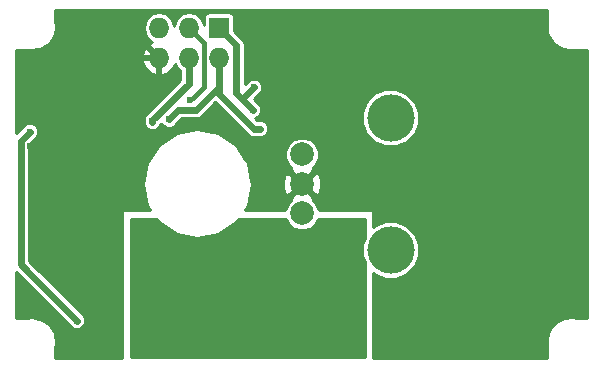
<source format=gbr>
G04 #@! TF.FileFunction,Copper,L2,Bot,Signal*
%FSLAX46Y46*%
G04 Gerber Fmt 4.6, Leading zero omitted, Abs format (unit mm)*
G04 Created by KiCad (PCBNEW (2015-07-08 BZR 5908)-product) date Thu 09 Jul 2015 02:10:17 PM EEST*
%MOMM*%
G01*
G04 APERTURE LIST*
%ADD10C,0.100000*%
%ADD11C,2.000000*%
%ADD12C,4.000000*%
%ADD13R,1.727200X1.727200*%
%ADD14O,1.727200X1.727200*%
%ADD15C,0.600000*%
%ADD16C,0.600000*%
%ADD17C,0.800000*%
%ADD18C,1.000000*%
%ADD19C,0.400000*%
%ADD20C,0.254000*%
G04 APERTURE END LIST*
D10*
D11*
X134580000Y-85180000D03*
X134580000Y-87680000D03*
X134580000Y-82680000D03*
D12*
X142080000Y-79580000D03*
X142080000Y-90780000D03*
D13*
X127540000Y-71960000D03*
D14*
X127540000Y-74500000D03*
X125000000Y-71960000D03*
X125000000Y-74500000D03*
X122460000Y-71960000D03*
X122460000Y-74500000D03*
D15*
X123300000Y-79700000D03*
X131000000Y-80500000D03*
X130250000Y-75500000D03*
X135500000Y-75500000D03*
X146750000Y-74500000D03*
X145500000Y-73500000D03*
X120690692Y-83440692D03*
X123500000Y-80750000D03*
X126500000Y-80000000D03*
X128750000Y-80750000D03*
X115250000Y-75500000D03*
X116250000Y-74750000D03*
X116465694Y-76484308D03*
X135500000Y-77200000D03*
X149600000Y-73000000D03*
X146900000Y-73000000D03*
X148300000Y-71100000D03*
X119300000Y-70800000D03*
X120300000Y-70800000D03*
X119000000Y-90250000D03*
X118250000Y-90000000D03*
X117500000Y-90250000D03*
X117250000Y-96500000D03*
X117250000Y-95500000D03*
X117250000Y-94500000D03*
X112750000Y-82750000D03*
X111750000Y-82750000D03*
X111550010Y-82000000D03*
X111750000Y-85500000D03*
X112000000Y-95750000D03*
X114750000Y-89250000D03*
X149250000Y-81500000D03*
X149250000Y-80500000D03*
X154000000Y-81500000D03*
X154000000Y-80500000D03*
X153000000Y-80000000D03*
X152000000Y-80000000D03*
X151000000Y-80000000D03*
X150000000Y-80000000D03*
X117000000Y-75500000D03*
X143500000Y-96000000D03*
X143500000Y-97000000D03*
X143500000Y-98000000D03*
X143500000Y-99000000D03*
X125100000Y-78099972D03*
X121904225Y-79882303D03*
X130000000Y-89000000D03*
X129000000Y-89000000D03*
X123000000Y-89000000D03*
X122000000Y-89000000D03*
X121000000Y-89000000D03*
X121000000Y-94000000D03*
X122000000Y-94000000D03*
X123000000Y-94000000D03*
X124000000Y-94000000D03*
X125000000Y-94000000D03*
X126000000Y-94000000D03*
X127000000Y-94000000D03*
X128000000Y-94000000D03*
X129000000Y-94000000D03*
X130000000Y-94000000D03*
X122000000Y-93000000D03*
X121000000Y-93000000D03*
X121000000Y-92000000D03*
X122000000Y-92000000D03*
X123000000Y-92000000D03*
X123000000Y-93000000D03*
X124000000Y-93000000D03*
X125000000Y-93000000D03*
X126000000Y-93000000D03*
X127000000Y-93000000D03*
X128000000Y-93000000D03*
X129000000Y-93000000D03*
X130000000Y-93000000D03*
X130000000Y-92000000D03*
X129000000Y-92000000D03*
X128000000Y-92000000D03*
X128000000Y-91000000D03*
X129000000Y-91000000D03*
X130000000Y-91000000D03*
X130000000Y-90000000D03*
X129000000Y-90000000D03*
X128000000Y-90000000D03*
X127000000Y-90000000D03*
X126000000Y-90000000D03*
X125000000Y-90000000D03*
X124000000Y-90000000D03*
X123000000Y-90000000D03*
X122000000Y-90000000D03*
X121000000Y-90000000D03*
X121000000Y-91000000D03*
X122000000Y-91000000D03*
X123000000Y-91000000D03*
X115500000Y-96750000D03*
X111525010Y-80750000D03*
X130500000Y-77000000D03*
X130400010Y-78900010D03*
D16*
X131000000Y-80500000D02*
X130500000Y-80500000D01*
X130500000Y-80500000D02*
X127540000Y-77540000D01*
X127540000Y-77540000D02*
X127540000Y-76960000D01*
X123300000Y-79700000D02*
X124100000Y-78900000D01*
X124100000Y-78900000D02*
X125600000Y-78900000D01*
X125600000Y-78900000D02*
X127540000Y-76960000D01*
X127540000Y-76960000D02*
X127540000Y-74500000D01*
X135500000Y-75500000D02*
X130250000Y-75500000D01*
X126500000Y-80000000D02*
X124250000Y-80000000D01*
X124250000Y-80000000D02*
X123500000Y-80750000D01*
X134580000Y-85180000D02*
X133580001Y-84180001D01*
X133580001Y-84180001D02*
X132180001Y-84180001D01*
X132180001Y-84180001D02*
X128750000Y-80750000D01*
X122460000Y-74500000D02*
X120300000Y-72340000D01*
X120300000Y-72340000D02*
X120300000Y-70800000D01*
D17*
X154000000Y-80500000D02*
X154000000Y-81500000D01*
X152000000Y-80000000D02*
X153000000Y-80000000D01*
X150000000Y-80000000D02*
X151000000Y-80000000D01*
D18*
X143500000Y-97000000D02*
X143500000Y-96000000D01*
X143500000Y-99000000D02*
X143500000Y-98000000D01*
D19*
X126263601Y-76936371D02*
X125399999Y-77799973D01*
X126263601Y-73223601D02*
X126263601Y-76936371D01*
X125399999Y-77799973D02*
X125100000Y-78099972D01*
X125000000Y-71960000D02*
X126263601Y-73223601D01*
D16*
X125000000Y-74500000D02*
X125000000Y-76700000D01*
X125000000Y-76700000D02*
X121900000Y-79800000D01*
X121900000Y-79800000D02*
X121900000Y-79900000D01*
X122000000Y-89000000D02*
X123000000Y-89000000D01*
X121000000Y-90000000D02*
X121000000Y-89000000D01*
X123000000Y-94000000D02*
X122000000Y-94000000D01*
X125000000Y-94000000D02*
X124000000Y-94000000D01*
X127000000Y-94000000D02*
X126000000Y-94000000D01*
X129000000Y-94000000D02*
X128000000Y-94000000D01*
X130000000Y-93000000D02*
X130000000Y-94000000D01*
X121000000Y-92000000D02*
X121000000Y-93000000D01*
X123000000Y-92000000D02*
X122000000Y-92000000D01*
X125000000Y-93000000D02*
X124000000Y-93000000D01*
X127000000Y-93000000D02*
X126000000Y-93000000D01*
X129000000Y-93000000D02*
X128000000Y-93000000D01*
X130000000Y-92000000D02*
X130000000Y-93000000D01*
X128000000Y-92000000D02*
X129000000Y-92000000D01*
X129000000Y-91000000D02*
X128000000Y-91000000D01*
X130000000Y-90000000D02*
X130000000Y-91000000D01*
X128000000Y-90000000D02*
X129000000Y-90000000D01*
X126000000Y-90000000D02*
X127000000Y-90000000D01*
X124000000Y-90000000D02*
X125000000Y-90000000D01*
X122000000Y-90000000D02*
X123000000Y-90000000D01*
X121000000Y-91000000D02*
X121000000Y-90000000D01*
X123000000Y-91000000D02*
X122000000Y-91000000D01*
X111269438Y-92519438D02*
X115500000Y-96750000D01*
X110750000Y-82000000D02*
X110750000Y-81525010D01*
X110750000Y-81525010D02*
X111525010Y-80750000D01*
X110750000Y-92000000D02*
X110750000Y-82000000D01*
X111269438Y-92519438D02*
X110750000Y-92000000D01*
X129000000Y-77500000D02*
X129559033Y-78059033D01*
X129559033Y-78059033D02*
X130400010Y-78900010D01*
X130500000Y-77000000D02*
X129559033Y-77940967D01*
X129559033Y-77940967D02*
X129559033Y-78059033D01*
X127540000Y-71960000D02*
X129000000Y-73420000D01*
X129000000Y-73420000D02*
X129000000Y-77500000D01*
D20*
G36*
X139873000Y-89766319D02*
X139653422Y-90295122D01*
X139652579Y-91260642D01*
X139873000Y-91794101D01*
X139873000Y-99873000D01*
X120127000Y-99873000D01*
X120127000Y-88127000D01*
X122244272Y-88127000D01*
X122454915Y-88442250D01*
X123956022Y-89445258D01*
X125726698Y-89797467D01*
X127497374Y-89445258D01*
X128998481Y-88442250D01*
X129209124Y-88127000D01*
X133220680Y-88127000D01*
X133369543Y-88487275D01*
X133770614Y-88889047D01*
X134294907Y-89106752D01*
X134862603Y-89107248D01*
X135387275Y-88890457D01*
X135789047Y-88489386D01*
X135939522Y-88127000D01*
X139873000Y-88127000D01*
X139873000Y-89766319D01*
X139873000Y-89766319D01*
G37*
X139873000Y-89766319D02*
X139653422Y-90295122D01*
X139652579Y-91260642D01*
X139873000Y-91794101D01*
X139873000Y-99873000D01*
X120127000Y-99873000D01*
X120127000Y-88127000D01*
X122244272Y-88127000D01*
X122454915Y-88442250D01*
X123956022Y-89445258D01*
X125726698Y-89797467D01*
X127497374Y-89445258D01*
X128998481Y-88442250D01*
X129209124Y-88127000D01*
X133220680Y-88127000D01*
X133369543Y-88487275D01*
X133770614Y-88889047D01*
X134294907Y-89106752D01*
X134862603Y-89107248D01*
X135387275Y-88890457D01*
X135789047Y-88489386D01*
X135939522Y-88127000D01*
X139873000Y-88127000D01*
X139873000Y-89766319D01*
G36*
X155349698Y-71293251D02*
X155289266Y-71597063D01*
X155289266Y-71670731D01*
X155283170Y-71744142D01*
X155352767Y-72354723D01*
X155352767Y-72354724D01*
X155360745Y-72379643D01*
X155409515Y-72531977D01*
X155409518Y-72531980D01*
X155707473Y-73069443D01*
X155707474Y-73069445D01*
X155827735Y-73211489D01*
X156308693Y-73594023D01*
X156308694Y-73594024D01*
X156342650Y-73611510D01*
X156474158Y-73679234D01*
X156474164Y-73679235D01*
X157064894Y-73848592D01*
X157064895Y-73848593D01*
X157080298Y-73849872D01*
X157250374Y-73863996D01*
X157250379Y-73863994D01*
X157834029Y-73797467D01*
X158699698Y-73797467D01*
X158699698Y-96543467D01*
X157853914Y-96543467D01*
X157550102Y-96483035D01*
X157476434Y-96483035D01*
X157403023Y-96476939D01*
X156792442Y-96546536D01*
X156792441Y-96546536D01*
X156768319Y-96554259D01*
X156615188Y-96603284D01*
X156615185Y-96603287D01*
X156077722Y-96901242D01*
X156077720Y-96901243D01*
X155935676Y-97021504D01*
X155553142Y-97502462D01*
X155467932Y-97667926D01*
X155467932Y-97667928D01*
X155298575Y-98258658D01*
X155298572Y-98258664D01*
X155290231Y-98359105D01*
X155283169Y-98444143D01*
X155283171Y-98444148D01*
X155349698Y-99027798D01*
X155349698Y-99893467D01*
X140627000Y-99893467D01*
X140627000Y-92759757D01*
X140703420Y-92836311D01*
X141595122Y-93206578D01*
X142560642Y-93207421D01*
X143452989Y-92838710D01*
X144136311Y-92156580D01*
X144506578Y-91264878D01*
X144507421Y-90299358D01*
X144138710Y-89407011D01*
X143456580Y-88723689D01*
X142564878Y-88353422D01*
X141599358Y-88352579D01*
X140707011Y-88721290D01*
X140627000Y-88801161D01*
X140627000Y-87500000D01*
X140617333Y-87451399D01*
X140589803Y-87410197D01*
X140548601Y-87382667D01*
X140500000Y-87373000D01*
X135997167Y-87373000D01*
X135790457Y-86872725D01*
X135471381Y-86553091D01*
X135552927Y-86332532D01*
X134580000Y-85359605D01*
X133607073Y-86332532D01*
X133688730Y-86553391D01*
X133370953Y-86870614D01*
X133162345Y-87373000D01*
X129712931Y-87373000D01*
X130001489Y-86941143D01*
X130353698Y-85170467D01*
X130302975Y-84915461D01*
X132934092Y-84915461D01*
X132958144Y-85565460D01*
X133160613Y-86054264D01*
X133427468Y-86152927D01*
X134400395Y-85180000D01*
X134759605Y-85180000D01*
X135732532Y-86152927D01*
X135999387Y-86054264D01*
X136225908Y-85444539D01*
X136201856Y-84794540D01*
X135999387Y-84305736D01*
X135732532Y-84207073D01*
X134759605Y-85180000D01*
X134400395Y-85180000D01*
X134400395Y-85180000D01*
X133427468Y-84207073D01*
X133160613Y-84305736D01*
X132934092Y-84915461D01*
X130302975Y-84915461D01*
X130001489Y-83399791D01*
X129709370Y-82962603D01*
X133152752Y-82962603D01*
X133369543Y-83487275D01*
X133688619Y-83806909D01*
X133607073Y-84027468D01*
X134580000Y-85000395D01*
X135552927Y-84027468D01*
X135471270Y-83806609D01*
X135789047Y-83489386D01*
X136006752Y-82965093D01*
X136007248Y-82397397D01*
X135790457Y-81872725D01*
X135389386Y-81470953D01*
X134865093Y-81253248D01*
X134297397Y-81252752D01*
X133772725Y-81469543D01*
X133370953Y-81870614D01*
X133153248Y-82394907D01*
X133152752Y-82962603D01*
X129709370Y-82962603D01*
X128998481Y-81898684D01*
X127497374Y-80895676D01*
X125726698Y-80543467D01*
X123956022Y-80895676D01*
X122454915Y-81898684D01*
X121451907Y-83399791D01*
X121099698Y-85170467D01*
X121451907Y-86941143D01*
X121740465Y-87373000D01*
X119500000Y-87373000D01*
X119451399Y-87382667D01*
X119410197Y-87410197D01*
X119382667Y-87451399D01*
X119373000Y-87500000D01*
X119373000Y-99893467D01*
X113703698Y-99893467D01*
X113703698Y-99047683D01*
X113764130Y-98743871D01*
X113764130Y-98670203D01*
X113770226Y-98596792D01*
X113700629Y-97986211D01*
X113686867Y-97943224D01*
X113675838Y-97908775D01*
X113643881Y-97808957D01*
X113643878Y-97808954D01*
X113345921Y-97271488D01*
X113225660Y-97129444D01*
X113225659Y-97129444D01*
X112744703Y-96746911D01*
X112744702Y-96746910D01*
X112659524Y-96703046D01*
X112579239Y-96661701D01*
X112579236Y-96661701D01*
X111988507Y-96492344D01*
X111988501Y-96492341D01*
X111888060Y-96484000D01*
X111803022Y-96476938D01*
X111803017Y-96476940D01*
X111219367Y-96543467D01*
X110353698Y-96543467D01*
X110353698Y-92631832D01*
X110755369Y-93033502D01*
X110755371Y-93033505D01*
X114985933Y-97264067D01*
X115087650Y-97365961D01*
X115354756Y-97476874D01*
X115643975Y-97477126D01*
X115911275Y-97366680D01*
X116115961Y-97162350D01*
X116226874Y-96895244D01*
X116227126Y-96606025D01*
X116116680Y-96338725D01*
X115912350Y-96134039D01*
X115912047Y-96133913D01*
X111783505Y-92005371D01*
X111783502Y-92005369D01*
X111477000Y-91698866D01*
X111477000Y-81826144D01*
X112038628Y-81264515D01*
X112140971Y-81162350D01*
X112251884Y-80895244D01*
X112252136Y-80606025D01*
X112141690Y-80338725D01*
X111937360Y-80134039D01*
X111670254Y-80023126D01*
X111525012Y-80022999D01*
X111525008Y-80022999D01*
X111381035Y-80022874D01*
X111113735Y-80133320D01*
X110909049Y-80337650D01*
X110908923Y-80337954D01*
X110353698Y-80893178D01*
X110353698Y-74859027D01*
X121005032Y-74859027D01*
X121253179Y-75388490D01*
X121685053Y-75782688D01*
X122100974Y-75954958D01*
X122333000Y-75833817D01*
X122333000Y-74627000D01*
X121125531Y-74627000D01*
X121005032Y-74859027D01*
X110353698Y-74859027D01*
X110353698Y-74140973D01*
X121005032Y-74140973D01*
X121125531Y-74373000D01*
X122333000Y-74373000D01*
X122333000Y-74353000D01*
X122587000Y-74353000D01*
X122587000Y-74373000D01*
X122607000Y-74373000D01*
X122607000Y-74627000D01*
X122587000Y-74627000D01*
X122587000Y-75833817D01*
X122819026Y-75954958D01*
X123234947Y-75782688D01*
X123666821Y-75388490D01*
X123826607Y-75047560D01*
X124087408Y-75437876D01*
X124273000Y-75561885D01*
X124273000Y-76398866D01*
X121385933Y-79285933D01*
X121228340Y-79521789D01*
X121228340Y-79521790D01*
X121193030Y-79699300D01*
X121177351Y-79737059D01*
X121177315Y-79778302D01*
X121172999Y-79800000D01*
X121173000Y-79800005D01*
X121173000Y-79900000D01*
X121177191Y-79921068D01*
X121177099Y-80026278D01*
X121217631Y-80124372D01*
X121228340Y-80178211D01*
X121258571Y-80223455D01*
X121287545Y-80293578D01*
X121341619Y-80347747D01*
X121385933Y-80414067D01*
X121451676Y-80457994D01*
X121491875Y-80498264D01*
X121544890Y-80520278D01*
X121621789Y-80571660D01*
X121711702Y-80589545D01*
X121758981Y-80609177D01*
X121810625Y-80609222D01*
X121900000Y-80627000D01*
X121988596Y-80609377D01*
X122048200Y-80609429D01*
X122103773Y-80586467D01*
X122178211Y-80571660D01*
X122240766Y-80529863D01*
X122315500Y-80498983D01*
X122373230Y-80441353D01*
X122414067Y-80414067D01*
X122441115Y-80373586D01*
X122520186Y-80294653D01*
X122563411Y-80190557D01*
X122571660Y-80178211D01*
X122574531Y-80163776D01*
X122581755Y-80146379D01*
X122663888Y-80064246D01*
X122683320Y-80111275D01*
X122887650Y-80315961D01*
X123154756Y-80426874D01*
X123299998Y-80427001D01*
X123300002Y-80427001D01*
X123443975Y-80427126D01*
X123711275Y-80316680D01*
X123915961Y-80112350D01*
X123916087Y-80112047D01*
X124401134Y-79627000D01*
X125599995Y-79627000D01*
X125600000Y-79627001D01*
X125832052Y-79580842D01*
X125878211Y-79571660D01*
X126114067Y-79414067D01*
X127250000Y-78278134D01*
X129985933Y-81014067D01*
X130221789Y-81171660D01*
X130500000Y-81227000D01*
X130999365Y-81227000D01*
X131143975Y-81227126D01*
X131411275Y-81116680D01*
X131615961Y-80912350D01*
X131726874Y-80645244D01*
X131727126Y-80356025D01*
X131616680Y-80088725D01*
X131588646Y-80060642D01*
X139652579Y-80060642D01*
X140021290Y-80952989D01*
X140703420Y-81636311D01*
X141595122Y-82006578D01*
X142560642Y-82007421D01*
X143452989Y-81638710D01*
X144136311Y-80956580D01*
X144506578Y-80064878D01*
X144507421Y-79099358D01*
X144138710Y-78207011D01*
X143456580Y-77523689D01*
X142564878Y-77153422D01*
X141599358Y-77152579D01*
X140707011Y-77521290D01*
X140023689Y-78203420D01*
X139653422Y-79095122D01*
X139652579Y-80060642D01*
X131588646Y-80060642D01*
X131412350Y-79884039D01*
X131145244Y-79773126D01*
X130856025Y-79772874D01*
X130855720Y-79773000D01*
X130801134Y-79773000D01*
X130622732Y-79594598D01*
X130811285Y-79516690D01*
X131015971Y-79312360D01*
X131126884Y-79045254D01*
X131127136Y-78756035D01*
X131016690Y-78488735D01*
X130812360Y-78284049D01*
X130812057Y-78283923D01*
X130528134Y-78000000D01*
X131013618Y-77514515D01*
X131115961Y-77412350D01*
X131226874Y-77145244D01*
X131227126Y-76856025D01*
X131116680Y-76588725D01*
X130912350Y-76384039D01*
X130645244Y-76273126D01*
X130356025Y-76272874D01*
X130088725Y-76383320D01*
X129884039Y-76587650D01*
X129883913Y-76587954D01*
X129727000Y-76744867D01*
X129727000Y-73420005D01*
X129727001Y-73420000D01*
X129676512Y-73166183D01*
X129671660Y-73141789D01*
X129514067Y-72905933D01*
X129514064Y-72905931D01*
X128838965Y-72230832D01*
X128838965Y-71096400D01*
X128807376Y-70933586D01*
X128713376Y-70790488D01*
X128571468Y-70694700D01*
X128403600Y-70661035D01*
X126676400Y-70661035D01*
X126513586Y-70692624D01*
X126370488Y-70786624D01*
X126274700Y-70928532D01*
X126241035Y-71096400D01*
X126241035Y-71685536D01*
X126192359Y-71440825D01*
X125912592Y-71022124D01*
X125493891Y-70742357D01*
X125000000Y-70644116D01*
X124506109Y-70742357D01*
X124087408Y-71022124D01*
X123807641Y-71440825D01*
X123730000Y-71831153D01*
X123652359Y-71440825D01*
X123372592Y-71022124D01*
X122953891Y-70742357D01*
X122460000Y-70644116D01*
X121966109Y-70742357D01*
X121547408Y-71022124D01*
X121267641Y-71440825D01*
X121169400Y-71934716D01*
X121169400Y-71985284D01*
X121267641Y-72479175D01*
X121547408Y-72897876D01*
X121895208Y-73130268D01*
X121685053Y-73217312D01*
X121253179Y-73611510D01*
X121005032Y-74140973D01*
X110353698Y-74140973D01*
X110353698Y-73797467D01*
X111199481Y-73797467D01*
X111503293Y-73857899D01*
X111576961Y-73857899D01*
X111650372Y-73863995D01*
X112260948Y-73794399D01*
X112260953Y-73794399D01*
X112395220Y-73751412D01*
X112438207Y-73737650D01*
X112438209Y-73737648D01*
X112975675Y-73439692D01*
X112975677Y-73439691D01*
X113052690Y-73374488D01*
X113117721Y-73319431D01*
X113117722Y-73319428D01*
X113500252Y-72838474D01*
X113500254Y-72838472D01*
X113558386Y-72725588D01*
X113585464Y-72673006D01*
X113585464Y-72673002D01*
X113754822Y-72082275D01*
X113754824Y-72082271D01*
X113762878Y-71985284D01*
X113770227Y-71896793D01*
X113770225Y-71896788D01*
X113703698Y-71313137D01*
X113703698Y-70447467D01*
X155349698Y-70447467D01*
X155349698Y-71293251D01*
X155349698Y-71293251D01*
G37*
X155349698Y-71293251D02*
X155289266Y-71597063D01*
X155289266Y-71670731D01*
X155283170Y-71744142D01*
X155352767Y-72354723D01*
X155352767Y-72354724D01*
X155360745Y-72379643D01*
X155409515Y-72531977D01*
X155409518Y-72531980D01*
X155707473Y-73069443D01*
X155707474Y-73069445D01*
X155827735Y-73211489D01*
X156308693Y-73594023D01*
X156308694Y-73594024D01*
X156342650Y-73611510D01*
X156474158Y-73679234D01*
X156474164Y-73679235D01*
X157064894Y-73848592D01*
X157064895Y-73848593D01*
X157080298Y-73849872D01*
X157250374Y-73863996D01*
X157250379Y-73863994D01*
X157834029Y-73797467D01*
X158699698Y-73797467D01*
X158699698Y-96543467D01*
X157853914Y-96543467D01*
X157550102Y-96483035D01*
X157476434Y-96483035D01*
X157403023Y-96476939D01*
X156792442Y-96546536D01*
X156792441Y-96546536D01*
X156768319Y-96554259D01*
X156615188Y-96603284D01*
X156615185Y-96603287D01*
X156077722Y-96901242D01*
X156077720Y-96901243D01*
X155935676Y-97021504D01*
X155553142Y-97502462D01*
X155467932Y-97667926D01*
X155467932Y-97667928D01*
X155298575Y-98258658D01*
X155298572Y-98258664D01*
X155290231Y-98359105D01*
X155283169Y-98444143D01*
X155283171Y-98444148D01*
X155349698Y-99027798D01*
X155349698Y-99893467D01*
X140627000Y-99893467D01*
X140627000Y-92759757D01*
X140703420Y-92836311D01*
X141595122Y-93206578D01*
X142560642Y-93207421D01*
X143452989Y-92838710D01*
X144136311Y-92156580D01*
X144506578Y-91264878D01*
X144507421Y-90299358D01*
X144138710Y-89407011D01*
X143456580Y-88723689D01*
X142564878Y-88353422D01*
X141599358Y-88352579D01*
X140707011Y-88721290D01*
X140627000Y-88801161D01*
X140627000Y-87500000D01*
X140617333Y-87451399D01*
X140589803Y-87410197D01*
X140548601Y-87382667D01*
X140500000Y-87373000D01*
X135997167Y-87373000D01*
X135790457Y-86872725D01*
X135471381Y-86553091D01*
X135552927Y-86332532D01*
X134580000Y-85359605D01*
X133607073Y-86332532D01*
X133688730Y-86553391D01*
X133370953Y-86870614D01*
X133162345Y-87373000D01*
X129712931Y-87373000D01*
X130001489Y-86941143D01*
X130353698Y-85170467D01*
X130302975Y-84915461D01*
X132934092Y-84915461D01*
X132958144Y-85565460D01*
X133160613Y-86054264D01*
X133427468Y-86152927D01*
X134400395Y-85180000D01*
X134759605Y-85180000D01*
X135732532Y-86152927D01*
X135999387Y-86054264D01*
X136225908Y-85444539D01*
X136201856Y-84794540D01*
X135999387Y-84305736D01*
X135732532Y-84207073D01*
X134759605Y-85180000D01*
X134400395Y-85180000D01*
X134400395Y-85180000D01*
X133427468Y-84207073D01*
X133160613Y-84305736D01*
X132934092Y-84915461D01*
X130302975Y-84915461D01*
X130001489Y-83399791D01*
X129709370Y-82962603D01*
X133152752Y-82962603D01*
X133369543Y-83487275D01*
X133688619Y-83806909D01*
X133607073Y-84027468D01*
X134580000Y-85000395D01*
X135552927Y-84027468D01*
X135471270Y-83806609D01*
X135789047Y-83489386D01*
X136006752Y-82965093D01*
X136007248Y-82397397D01*
X135790457Y-81872725D01*
X135389386Y-81470953D01*
X134865093Y-81253248D01*
X134297397Y-81252752D01*
X133772725Y-81469543D01*
X133370953Y-81870614D01*
X133153248Y-82394907D01*
X133152752Y-82962603D01*
X129709370Y-82962603D01*
X128998481Y-81898684D01*
X127497374Y-80895676D01*
X125726698Y-80543467D01*
X123956022Y-80895676D01*
X122454915Y-81898684D01*
X121451907Y-83399791D01*
X121099698Y-85170467D01*
X121451907Y-86941143D01*
X121740465Y-87373000D01*
X119500000Y-87373000D01*
X119451399Y-87382667D01*
X119410197Y-87410197D01*
X119382667Y-87451399D01*
X119373000Y-87500000D01*
X119373000Y-99893467D01*
X113703698Y-99893467D01*
X113703698Y-99047683D01*
X113764130Y-98743871D01*
X113764130Y-98670203D01*
X113770226Y-98596792D01*
X113700629Y-97986211D01*
X113686867Y-97943224D01*
X113675838Y-97908775D01*
X113643881Y-97808957D01*
X113643878Y-97808954D01*
X113345921Y-97271488D01*
X113225660Y-97129444D01*
X113225659Y-97129444D01*
X112744703Y-96746911D01*
X112744702Y-96746910D01*
X112659524Y-96703046D01*
X112579239Y-96661701D01*
X112579236Y-96661701D01*
X111988507Y-96492344D01*
X111988501Y-96492341D01*
X111888060Y-96484000D01*
X111803022Y-96476938D01*
X111803017Y-96476940D01*
X111219367Y-96543467D01*
X110353698Y-96543467D01*
X110353698Y-92631832D01*
X110755369Y-93033502D01*
X110755371Y-93033505D01*
X114985933Y-97264067D01*
X115087650Y-97365961D01*
X115354756Y-97476874D01*
X115643975Y-97477126D01*
X115911275Y-97366680D01*
X116115961Y-97162350D01*
X116226874Y-96895244D01*
X116227126Y-96606025D01*
X116116680Y-96338725D01*
X115912350Y-96134039D01*
X115912047Y-96133913D01*
X111783505Y-92005371D01*
X111783502Y-92005369D01*
X111477000Y-91698866D01*
X111477000Y-81826144D01*
X112038628Y-81264515D01*
X112140971Y-81162350D01*
X112251884Y-80895244D01*
X112252136Y-80606025D01*
X112141690Y-80338725D01*
X111937360Y-80134039D01*
X111670254Y-80023126D01*
X111525012Y-80022999D01*
X111525008Y-80022999D01*
X111381035Y-80022874D01*
X111113735Y-80133320D01*
X110909049Y-80337650D01*
X110908923Y-80337954D01*
X110353698Y-80893178D01*
X110353698Y-74859027D01*
X121005032Y-74859027D01*
X121253179Y-75388490D01*
X121685053Y-75782688D01*
X122100974Y-75954958D01*
X122333000Y-75833817D01*
X122333000Y-74627000D01*
X121125531Y-74627000D01*
X121005032Y-74859027D01*
X110353698Y-74859027D01*
X110353698Y-74140973D01*
X121005032Y-74140973D01*
X121125531Y-74373000D01*
X122333000Y-74373000D01*
X122333000Y-74353000D01*
X122587000Y-74353000D01*
X122587000Y-74373000D01*
X122607000Y-74373000D01*
X122607000Y-74627000D01*
X122587000Y-74627000D01*
X122587000Y-75833817D01*
X122819026Y-75954958D01*
X123234947Y-75782688D01*
X123666821Y-75388490D01*
X123826607Y-75047560D01*
X124087408Y-75437876D01*
X124273000Y-75561885D01*
X124273000Y-76398866D01*
X121385933Y-79285933D01*
X121228340Y-79521789D01*
X121228340Y-79521790D01*
X121193030Y-79699300D01*
X121177351Y-79737059D01*
X121177315Y-79778302D01*
X121172999Y-79800000D01*
X121173000Y-79800005D01*
X121173000Y-79900000D01*
X121177191Y-79921068D01*
X121177099Y-80026278D01*
X121217631Y-80124372D01*
X121228340Y-80178211D01*
X121258571Y-80223455D01*
X121287545Y-80293578D01*
X121341619Y-80347747D01*
X121385933Y-80414067D01*
X121451676Y-80457994D01*
X121491875Y-80498264D01*
X121544890Y-80520278D01*
X121621789Y-80571660D01*
X121711702Y-80589545D01*
X121758981Y-80609177D01*
X121810625Y-80609222D01*
X121900000Y-80627000D01*
X121988596Y-80609377D01*
X122048200Y-80609429D01*
X122103773Y-80586467D01*
X122178211Y-80571660D01*
X122240766Y-80529863D01*
X122315500Y-80498983D01*
X122373230Y-80441353D01*
X122414067Y-80414067D01*
X122441115Y-80373586D01*
X122520186Y-80294653D01*
X122563411Y-80190557D01*
X122571660Y-80178211D01*
X122574531Y-80163776D01*
X122581755Y-80146379D01*
X122663888Y-80064246D01*
X122683320Y-80111275D01*
X122887650Y-80315961D01*
X123154756Y-80426874D01*
X123299998Y-80427001D01*
X123300002Y-80427001D01*
X123443975Y-80427126D01*
X123711275Y-80316680D01*
X123915961Y-80112350D01*
X123916087Y-80112047D01*
X124401134Y-79627000D01*
X125599995Y-79627000D01*
X125600000Y-79627001D01*
X125832052Y-79580842D01*
X125878211Y-79571660D01*
X126114067Y-79414067D01*
X127250000Y-78278134D01*
X129985933Y-81014067D01*
X130221789Y-81171660D01*
X130500000Y-81227000D01*
X130999365Y-81227000D01*
X131143975Y-81227126D01*
X131411275Y-81116680D01*
X131615961Y-80912350D01*
X131726874Y-80645244D01*
X131727126Y-80356025D01*
X131616680Y-80088725D01*
X131588646Y-80060642D01*
X139652579Y-80060642D01*
X140021290Y-80952989D01*
X140703420Y-81636311D01*
X141595122Y-82006578D01*
X142560642Y-82007421D01*
X143452989Y-81638710D01*
X144136311Y-80956580D01*
X144506578Y-80064878D01*
X144507421Y-79099358D01*
X144138710Y-78207011D01*
X143456580Y-77523689D01*
X142564878Y-77153422D01*
X141599358Y-77152579D01*
X140707011Y-77521290D01*
X140023689Y-78203420D01*
X139653422Y-79095122D01*
X139652579Y-80060642D01*
X131588646Y-80060642D01*
X131412350Y-79884039D01*
X131145244Y-79773126D01*
X130856025Y-79772874D01*
X130855720Y-79773000D01*
X130801134Y-79773000D01*
X130622732Y-79594598D01*
X130811285Y-79516690D01*
X131015971Y-79312360D01*
X131126884Y-79045254D01*
X131127136Y-78756035D01*
X131016690Y-78488735D01*
X130812360Y-78284049D01*
X130812057Y-78283923D01*
X130528134Y-78000000D01*
X131013618Y-77514515D01*
X131115961Y-77412350D01*
X131226874Y-77145244D01*
X131227126Y-76856025D01*
X131116680Y-76588725D01*
X130912350Y-76384039D01*
X130645244Y-76273126D01*
X130356025Y-76272874D01*
X130088725Y-76383320D01*
X129884039Y-76587650D01*
X129883913Y-76587954D01*
X129727000Y-76744867D01*
X129727000Y-73420005D01*
X129727001Y-73420000D01*
X129676512Y-73166183D01*
X129671660Y-73141789D01*
X129514067Y-72905933D01*
X129514064Y-72905931D01*
X128838965Y-72230832D01*
X128838965Y-71096400D01*
X128807376Y-70933586D01*
X128713376Y-70790488D01*
X128571468Y-70694700D01*
X128403600Y-70661035D01*
X126676400Y-70661035D01*
X126513586Y-70692624D01*
X126370488Y-70786624D01*
X126274700Y-70928532D01*
X126241035Y-71096400D01*
X126241035Y-71685536D01*
X126192359Y-71440825D01*
X125912592Y-71022124D01*
X125493891Y-70742357D01*
X125000000Y-70644116D01*
X124506109Y-70742357D01*
X124087408Y-71022124D01*
X123807641Y-71440825D01*
X123730000Y-71831153D01*
X123652359Y-71440825D01*
X123372592Y-71022124D01*
X122953891Y-70742357D01*
X122460000Y-70644116D01*
X121966109Y-70742357D01*
X121547408Y-71022124D01*
X121267641Y-71440825D01*
X121169400Y-71934716D01*
X121169400Y-71985284D01*
X121267641Y-72479175D01*
X121547408Y-72897876D01*
X121895208Y-73130268D01*
X121685053Y-73217312D01*
X121253179Y-73611510D01*
X121005032Y-74140973D01*
X110353698Y-74140973D01*
X110353698Y-73797467D01*
X111199481Y-73797467D01*
X111503293Y-73857899D01*
X111576961Y-73857899D01*
X111650372Y-73863995D01*
X112260948Y-73794399D01*
X112260953Y-73794399D01*
X112395220Y-73751412D01*
X112438207Y-73737650D01*
X112438209Y-73737648D01*
X112975675Y-73439692D01*
X112975677Y-73439691D01*
X113052690Y-73374488D01*
X113117721Y-73319431D01*
X113117722Y-73319428D01*
X113500252Y-72838474D01*
X113500254Y-72838472D01*
X113558386Y-72725588D01*
X113585464Y-72673006D01*
X113585464Y-72673002D01*
X113754822Y-72082275D01*
X113754824Y-72082271D01*
X113762878Y-71985284D01*
X113770227Y-71896793D01*
X113770225Y-71896788D01*
X113703698Y-71313137D01*
X113703698Y-70447467D01*
X155349698Y-70447467D01*
X155349698Y-71293251D01*
M02*

</source>
